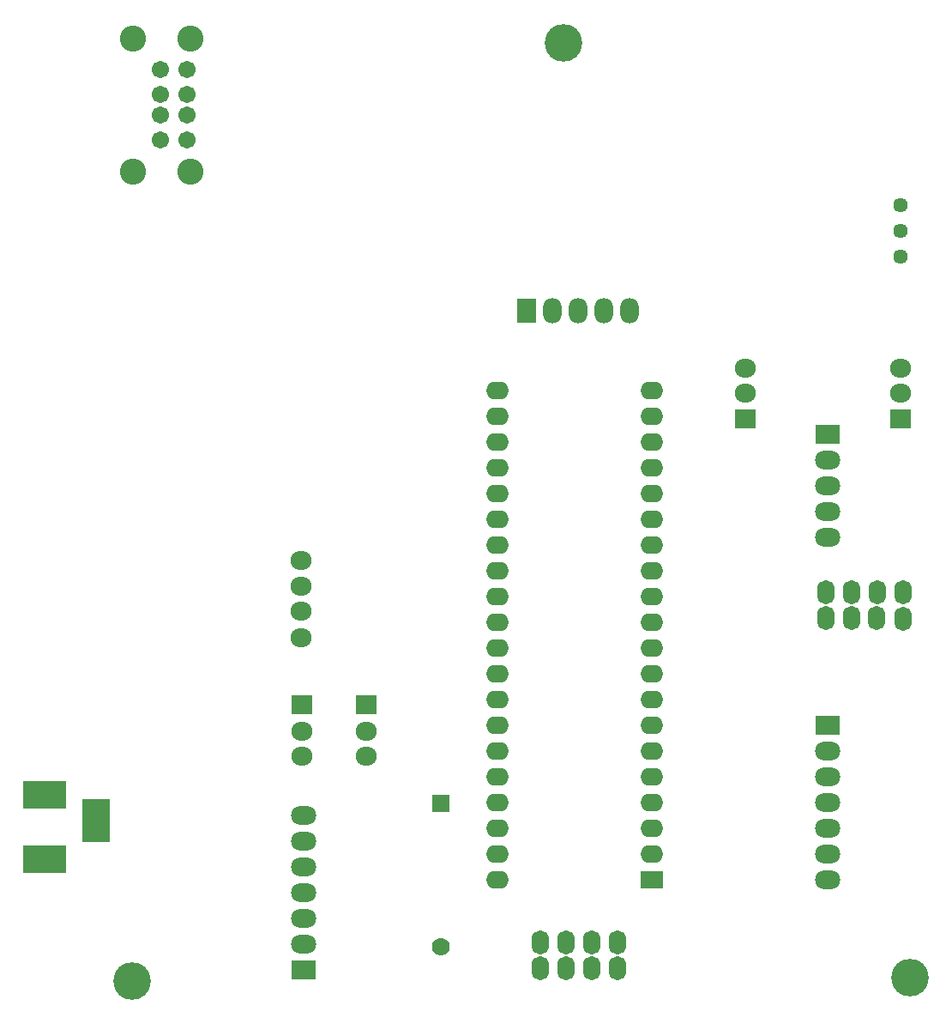
<source format=gbs>
G04*
G04 #@! TF.GenerationSoftware,Altium Limited,Altium Designer,19.1.1 (5)*
G04*
G04 Layer_Color=16711935*
%FSTAX24Y24*%
%MOIN*%
G70*
G01*
G75*
%ADD53C,0.1460*%
%ADD54R,0.0830X0.0730*%
%ADD55O,0.0830X0.0730*%
%ADD56O,0.0980X0.0730*%
%ADD57R,0.0980X0.0730*%
%ADD58O,0.0730X0.0980*%
%ADD59R,0.0730X0.0980*%
%ADD60R,0.0700X0.0700*%
%ADD61C,0.0700*%
%ADD62R,0.1080X0.1680*%
%ADD63R,0.1680X0.1080*%
%ADD64C,0.0671*%
%ADD65C,0.1017*%
%ADD66O,0.0680X0.0940*%
%ADD67C,0.0568*%
%ADD68R,0.0880X0.0680*%
%ADD69O,0.0880X0.0680*%
D53*
X0051Y001065D02*
D03*
X021854Y037475D02*
D03*
X03535Y0012D02*
D03*
D54*
X034976Y02288D02*
D03*
X02894D02*
D03*
X011706Y01178D02*
D03*
X014196Y011775D02*
D03*
D55*
X034976Y02389D02*
D03*
Y02487D02*
D03*
X02894D02*
D03*
Y02389D02*
D03*
X011706Y00979D02*
D03*
Y01077D02*
D03*
X014196Y009785D02*
D03*
Y010765D02*
D03*
X011656Y0174D02*
D03*
Y01639D02*
D03*
Y01541D02*
D03*
Y0144D02*
D03*
D56*
X011756Y00649D02*
D03*
Y00449D02*
D03*
Y00349D02*
D03*
Y00249D02*
D03*
Y00549D02*
D03*
Y00749D02*
D03*
X032136Y0183D02*
D03*
Y0213D02*
D03*
Y0203D02*
D03*
Y0193D02*
D03*
Y006D02*
D03*
Y008D02*
D03*
Y009D02*
D03*
Y01D02*
D03*
Y007D02*
D03*
Y005D02*
D03*
D57*
X011756Y00149D02*
D03*
X032136Y0223D02*
D03*
Y011D02*
D03*
D58*
X024445Y027094D02*
D03*
X021445D02*
D03*
X022445D02*
D03*
X023445D02*
D03*
D59*
X020445D02*
D03*
D60*
X017111Y007955D02*
D03*
D61*
Y002404D02*
D03*
D62*
X003691Y0073D02*
D03*
D63*
X001691Y0058D02*
D03*
Y0083D02*
D03*
D64*
X006206Y036462D02*
D03*
Y035477D02*
D03*
Y03469D02*
D03*
Y033706D02*
D03*
X007234Y036462D02*
D03*
Y035477D02*
D03*
Y03469D02*
D03*
Y033706D02*
D03*
D65*
X007372Y03767D02*
D03*
Y032497D02*
D03*
X005135D02*
D03*
Y03767D02*
D03*
D66*
X032066Y016165D02*
D03*
X033066D02*
D03*
X034061Y01615D02*
D03*
X035066Y016165D02*
D03*
X035056Y015135D02*
D03*
X034046Y015155D02*
D03*
X033056D02*
D03*
X032056D02*
D03*
X023956Y00154D02*
D03*
X022956D02*
D03*
X021961Y001555D02*
D03*
X020956Y00154D02*
D03*
X020966Y00257D02*
D03*
X021976Y00255D02*
D03*
X022966D02*
D03*
X023966D02*
D03*
D67*
X034976Y029183D02*
D03*
Y030183D02*
D03*
Y031183D02*
D03*
D68*
X025311Y005D02*
D03*
D69*
Y006D02*
D03*
Y007D02*
D03*
Y008D02*
D03*
Y009D02*
D03*
Y01D02*
D03*
Y011D02*
D03*
Y012D02*
D03*
Y013D02*
D03*
Y014D02*
D03*
Y015D02*
D03*
Y016D02*
D03*
Y017D02*
D03*
Y018D02*
D03*
Y019D02*
D03*
Y02D02*
D03*
Y021D02*
D03*
Y022D02*
D03*
Y023D02*
D03*
Y024D02*
D03*
X019311Y005D02*
D03*
Y006D02*
D03*
Y007D02*
D03*
Y008D02*
D03*
Y009D02*
D03*
Y01D02*
D03*
Y011D02*
D03*
Y012D02*
D03*
Y013D02*
D03*
Y014D02*
D03*
Y015D02*
D03*
Y016D02*
D03*
Y017D02*
D03*
Y018D02*
D03*
Y019D02*
D03*
Y02D02*
D03*
Y021D02*
D03*
Y022D02*
D03*
Y023D02*
D03*
Y024D02*
D03*
M02*

</source>
